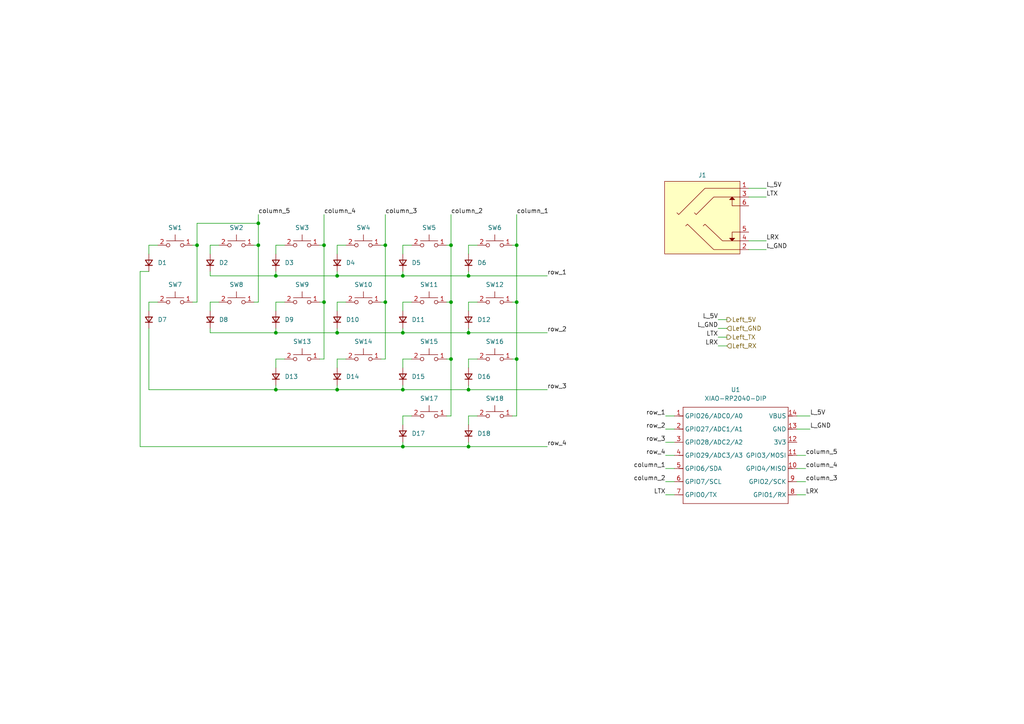
<source format=kicad_sch>
(kicad_sch (version 20250114) (generator "eeschema") (generator_version "9.0")
  (paper "A4")
  (lib_symbols
    (symbol "Seeed_Studio_XIAO_Series:XIAO-RP2040-DIP"
      (property "Reference" "U" (at 0 0 0))
      (property "Value" "XIAO-RP2040-DIP" (at 5.334 -1.778 0))
      (symbol "XIAO-RP2040-DIP_1_0"
        (polyline (pts (xy -1.27 -2.54) (xy 29.21 -2.54)) (stroke (width 0.1524)))
        (polyline (pts (xy -1.27 -5.08) (xy -2.54 -5.08)) (stroke (width 0.1524)))
        (polyline (pts (xy -1.27 -5.08) (xy -1.27 -2.54)) (stroke (width 0.1524)))
        (polyline (pts (xy -1.27 -8.89) (xy -2.54 -8.89)) (stroke (width 0.1524)))
        (polyline (pts (xy -1.27 -8.89) (xy -1.27 -5.08)) (stroke (width 0.1524)))
        (polyline (pts (xy -1.27 -12.7) (xy -2.54 -12.7)) (stroke (width 0.1524)))
        (polyline (pts (xy -1.27 -12.7) (xy -1.27 -8.89)) (stroke (width 0.1524)))
        (polyline (pts (xy -1.27 -16.51) (xy -2.54 -16.51)) (stroke (width 0.1524)))
        (polyline (pts (xy -1.27 -16.51) (xy -1.27 -12.7)) (stroke (width 0.1524)))
        (polyline (pts (xy -1.27 -20.32) (xy -2.54 -20.32)) (stroke (width 0.1524)))
        (polyline (pts (xy -1.27 -24.13) (xy -2.54 -24.13)) (stroke (width 0.1524)))
        (polyline (pts (xy -1.27 -27.94) (xy -2.54 -27.94)) (stroke (width 0.1524)))
        (polyline (pts (xy -1.27 -30.48) (xy -1.27 -16.51)) (stroke (width 0.1524)))
        (polyline (pts (xy 29.21 -2.54) (xy 29.21 -5.08)) (stroke (width 0.1524)))
        (polyline (pts (xy 29.21 -5.08) (xy 29.21 -8.89)) (stroke (width 0.1524)))
        (polyline (pts (xy 29.21 -8.89) (xy 29.21 -12.7)) (stroke (width 0.1524)))
        (polyline (pts (xy 29.21 -12.7) (xy 29.21 -30.48)) (stroke (width 0.1524)))
        (polyline (pts (xy 29.21 -30.48) (xy -1.27 -30.48)) (stroke (width 0.1524)))
        (polyline (pts (xy 30.48 -5.08) (xy 29.21 -5.08)) (stroke (width 0.1524)))
        (polyline (pts (xy 30.48 -8.89) (xy 29.21 -8.89)) (stroke (width 0.1524)))
        (polyline (pts (xy 30.48 -12.7) (xy 29.21 -12.7)) (stroke (width 0.1524)))
        (polyline (pts (xy 30.48 -16.51) (xy 29.21 -16.51)) (stroke (width 0.1524)))
        (polyline (pts (xy 30.48 -20.32) (xy 29.21 -20.32)) (stroke (width 0.1524)))
        (polyline (pts (xy 30.48 -24.13) (xy 29.21 -24.13)) (stroke (width 0.1524)))
        (polyline (pts (xy 30.48 -27.94) (xy 29.21 -27.94)) (stroke (width 0.1524)))
        (pin passive line (at -3.81 -5.08 0) (length 2.54) (name "GPIO26/ADC0/A0") (number "1"))
        (pin passive line (at -3.81 -8.89 0) (length 2.54) (name "GPIO27/ADC1/A1") (number "2"))
        (pin passive line (at -3.81 -12.7 0) (length 2.54) (name "GPIO28/ADC2/A2") (number "3"))
        (pin passive line (at -3.81 -16.51 0) (length 2.54) (name "GPIO29/ADC3/A3") (number "4"))
        (pin passive line (at -3.81 -20.32 0) (length 2.54) (name "GPIO6/SDA") (number "5"))
        (pin passive line (at -3.81 -24.13 0) (length 2.54) (name "GPIO7/SCL") (number "6"))
        (pin passive line (at -3.81 -27.94 0) (length 2.54) (name "GPIO0/TX") (number "7"))
        (pin passive line (at 31.75 -5.08 180) (length 2.54) (name "VBUS") (number "14"))
        (pin passive line (at 31.75 -8.89 180) (length 2.54) (name "GND") (number "13"))
        (pin passive line (at 31.75 -12.7 180) (length 2.54) (name "3V3") (number "12"))
        (pin passive line (at 31.75 -16.51 180) (length 2.54) (name "GPIO3/MOSI") (number "11"))
        (pin passive line (at 31.75 -20.32 180) (length 2.54) (name "GPIO4/MISO") (number "10"))
        (pin passive line (at 31.75 -24.13 180) (length 2.54) (name "GPIO2/SCK") (number "9"))
        (pin passive line (at 31.75 -27.94 180) (length 2.54) (name "GPIO1/RX") (number "8"))
      )
    )
    (symbol "benri-projects:CONNECTOR_TENSILITY_54-00176"
      (property "Reference" "J" (at 0 29.718 0))
      (symbol "CONNECTOR_TENSILITY_54-00176_0_1"
        (polyline (pts (xy -2.286 7.62) (xy -1.524 6.858) (xy -3.048 6.858) (xy -2.286 7.62)) (fill (type outline)))
        (polyline (pts (xy -2.286 -5.08) (xy -3.048 -4.318) (xy -1.524 -4.318) (xy -2.286 -5.08)) (fill (type outline)))
        (polyline (pts (xy 0 10.16) (xy -10.16 10.16) (xy -17.78 2.54) (xy -18.288 3.048)))
        (polyline (pts (xy 0 7.62) (xy -7.62 7.62) (xy -12.7 2.54) (xy -13.208 3.048)))
        (polyline (pts (xy 0 5.08) (xy -2.286 5.08) (xy -2.286 7.62)))
        (polyline (pts (xy 0 -2.54) (xy -2.286 -2.54) (xy -2.286 -5.08)))
        (polyline (pts (xy 0 -5.08) (xy -5.08 -5.08) (xy -10.16 -0.254) (xy -10.668 -0.762)))
        (polyline (pts (xy 0 -7.62) (xy -7.62 -7.62) (xy -15.24 -0.254) (xy -15.748 -0.762)))
      )
      (symbol "CONNECTOR_TENSILITY_54-00176_1_1"
        (rectangle (start -21.844 12.192) (end 0 -8.89) (fill (type background)))
        (pin passive line (at 2.54 10.16 180) (length 2.54) (name "") (number "1"))
        (pin passive line (at 2.54 7.62 180) (length 2.54) (name "") (number "3"))
        (pin passive line (at 2.54 5.08 180) (length 2.54) (name "") (number "6"))
        (pin passive line (at 2.54 -2.54 180) (length 2.54) (name "") (number "5"))
        (pin passive line (at 2.54 -5.08 180) (length 2.54) (name "") (number "4"))
        (pin passive line (at 2.54 -7.62 180) (length 2.54) (name "") (number "2"))
      )
    )
    (symbol "benri-projects:GENERIC_DIODE" (pin_numbers (hide yes)) (pin_names (offset 1.016) (hide yes))
      (property "Reference" "D" (at 0 2.54 0))
      (symbol "GENERIC_DIODE_0_1"
        (polyline (pts (xy -0.762 0) (xy 0.762 0)))
        (polyline (pts (xy -0.762 -1.016) (xy -0.762 1.016)) (stroke (width 0.254)))
        (polyline (pts (xy 0.762 -1.016) (xy -0.762 0) (xy 0.762 1.016) (xy 0.762 -1.016)) (stroke (width 0.254)))
      )
      (symbol "GENERIC_DIODE_1_1"
        (pin passive line (at -2.54 0 0) (length 1.778) (name "K") (number "1"))
        (pin passive line (at 2.54 0 180) (length 1.778) (name "A") (number "2"))
      )
    )
    (symbol "benri-projects:GENERIC_ELECTROMECHANICAL_PUSHBUTTON" (pin_names (offset 1.016) (hide yes))
      (property "Reference" "SW" (at 0 -2.54 0))
      (symbol "GENERIC_ELECTROMECHANICAL_PUSHBUTTON_0_1"
        (circle (center -2.032 0) (radius 0.508))
        (polyline (pts (xy 0 1.27) (xy 0 3.048)))
        (circle (center 2.032 0) (radius 0.508))
        (polyline (pts (xy 2.54 1.27) (xy -2.54 1.27)))
      )
      (symbol "GENERIC_ELECTROMECHANICAL_PUSHBUTTON_1_1"
        (pin passive line (at -5.08 0 0) (length 2.54) (name "2") (number "1"))
        (pin passive line (at 5.08 0 180) (length 2.54) (name "2") (number "2"))
      )
    )
  )
  (junction (at 116.84 80.01))
  (junction (at 149.86 87.63))
  (junction (at 130.81 87.63))
  (junction (at 130.81 104.14))
  (junction (at 80.01 80.01))
  (junction (at 135.89 113.03))
  (junction (at 135.89 96.52))
  (junction (at 130.81 71.12))
  (junction (at 111.76 71.12))
  (junction (at 116.84 129.54))
  (junction (at 149.86 71.12))
  (junction (at 149.86 104.14))
  (junction (at 97.79 96.52))
  (junction (at 97.79 80.01))
  (junction (at 74.93 64.77))
  (junction (at 57.15 71.12))
  (junction (at 116.84 113.03))
  (junction (at 93.98 71.12))
  (junction (at 116.84 96.52))
  (junction (at 80.01 113.03))
  (junction (at 74.93 71.12))
  (junction (at 93.98 87.63))
  (junction (at 135.89 129.54))
  (junction (at 111.76 87.63))
  (junction (at 80.01 96.52))
  (junction (at 97.79 113.03))
  (junction (at 135.89 80.01))
  (wire (pts (xy 110.49 87.63) (xy 111.76 87.63)))
  (wire (pts (xy 129.54 104.14) (xy 130.81 104.14)))
  (wire (pts (xy 57.15 64.77) (xy 57.15 71.12)))
  (wire (pts (xy 80.01 104.14) (xy 80.01 106.68)))
  (wire (pts (xy 193.04 124.46) (xy 195.58 124.46)))
  (wire (pts (xy 135.89 113.03) (xy 158.75 113.03)))
  (wire (pts (xy 111.76 71.12) (xy 111.76 87.63)))
  (wire (pts (xy 60.96 80.01) (xy 80.01 80.01)))
  (wire (pts (xy 130.81 62.23) (xy 130.81 71.12)))
  (wire (pts (xy 100.33 87.63) (xy 97.79 87.63)))
  (wire (pts (xy 116.84 129.54) (xy 116.84 128.27)))
  (wire (pts (xy 129.54 87.63) (xy 130.81 87.63)))
  (wire (pts (xy 116.84 87.63) (xy 116.84 90.17)))
  (wire (pts (xy 97.79 80.01) (xy 116.84 80.01)))
  (wire (pts (xy 92.71 71.12) (xy 93.98 71.12)))
  (wire (pts (xy 116.84 111.76) (xy 116.84 113.03)))
  (wire (pts (xy 138.43 104.14) (xy 135.89 104.14)))
  (wire (pts (xy 135.89 111.76) (xy 135.89 113.03)))
  (wire (pts (xy 231.14 120.65) (xy 234.95 120.65)))
  (wire (pts (xy 135.89 71.12) (xy 135.89 73.66)))
  (wire (pts (xy 111.76 104.14) (xy 110.49 104.14)))
  (wire (pts (xy 119.38 87.63) (xy 116.84 87.63)))
  (wire (pts (xy 193.04 135.89) (xy 195.58 135.89)))
  (wire (pts (xy 149.86 87.63) (xy 149.86 104.14)))
  (wire (pts (xy 100.33 71.12) (xy 97.79 71.12)))
  (wire (pts (xy 57.15 87.63) (xy 55.88 87.63)))
  (wire (pts (xy 138.43 71.12) (xy 135.89 71.12)))
  (wire (pts (xy 135.89 78.74) (xy 135.89 80.01)))
  (wire (pts (xy 80.01 111.76) (xy 80.01 113.03)))
  (wire (pts (xy 45.72 71.12) (xy 43.18 71.12)))
  (wire (pts (xy 111.76 87.63) (xy 111.76 104.14)))
  (wire (pts (xy 135.89 104.14) (xy 135.89 106.68)))
  (wire (pts (xy 80.01 80.01) (xy 97.79 80.01)))
  (wire (pts (xy 135.89 96.52) (xy 158.75 96.52)))
  (wire (pts (xy 116.84 96.52) (xy 135.89 96.52)))
  (wire (pts (xy 40.64 78.74) (xy 43.18 78.74)))
  (wire (pts (xy 43.18 113.03) (xy 80.01 113.03)))
  (wire (pts (xy 149.86 120.65) (xy 148.59 120.65)))
  (wire (pts (xy 97.79 95.25) (xy 97.79 96.52)))
  (wire (pts (xy 74.93 62.23) (xy 74.93 64.77)))
  (wire (pts (xy 217.17 69.85) (xy 222.25 69.85)))
  (wire (pts (xy 116.84 95.25) (xy 116.84 96.52)))
  (wire (pts (xy 43.18 87.63) (xy 43.18 90.17)))
  (wire (pts (xy 82.55 71.12) (xy 80.01 71.12)))
  (wire (pts (xy 148.59 104.14) (xy 149.86 104.14)))
  (wire (pts (xy 231.14 132.08) (xy 233.68 132.08)))
  (wire (pts (xy 116.84 80.01) (xy 135.89 80.01)))
  (wire (pts (xy 130.81 87.63) (xy 130.81 104.14)))
  (wire (pts (xy 135.89 87.63) (xy 135.89 90.17)))
  (wire (pts (xy 97.79 87.63) (xy 97.79 90.17)))
  (wire (pts (xy 231.14 139.7) (xy 233.68 139.7)))
  (wire (pts (xy 80.01 78.74) (xy 80.01 80.01)))
  (wire (pts (xy 135.89 128.27) (xy 135.89 129.54)))
  (wire (pts (xy 130.81 120.65) (xy 129.54 120.65)))
  (wire (pts (xy 80.01 95.25) (xy 80.01 96.52)))
  (wire (pts (xy 193.04 139.7) (xy 195.58 139.7)))
  (wire (pts (xy 93.98 62.23) (xy 93.98 71.12)))
  (wire (pts (xy 129.54 71.12) (xy 130.81 71.12)))
  (wire (pts (xy 217.17 72.39) (xy 222.25 72.39)))
  (wire (pts (xy 40.64 129.54) (xy 116.84 129.54)))
  (wire (pts (xy 97.79 111.76) (xy 97.79 113.03)))
  (wire (pts (xy 80.01 71.12) (xy 80.01 73.66)))
  (wire (pts (xy 116.84 129.54) (xy 135.89 129.54)))
  (wire (pts (xy 193.04 120.65) (xy 195.58 120.65)))
  (wire (pts (xy 138.43 87.63) (xy 135.89 87.63)))
  (wire (pts (xy 217.17 57.15) (xy 222.25 57.15)))
  (wire (pts (xy 92.71 87.63) (xy 93.98 87.63)))
  (wire (pts (xy 93.98 71.12) (xy 93.98 87.63)))
  (wire (pts (xy 116.84 113.03) (xy 135.89 113.03)))
  (wire (pts (xy 40.64 129.54) (xy 40.64 78.74)))
  (wire (pts (xy 80.01 113.03) (xy 97.79 113.03)))
  (wire (pts (xy 135.89 95.25) (xy 135.89 96.52)))
  (wire (pts (xy 43.18 71.12) (xy 43.18 73.66)))
  (wire (pts (xy 208.28 92.71) (xy 210.82 92.71)))
  (wire (pts (xy 97.79 104.14) (xy 97.79 106.68)))
  (wire (pts (xy 119.38 71.12) (xy 116.84 71.12)))
  (wire (pts (xy 231.14 143.51) (xy 233.68 143.51)))
  (wire (pts (xy 43.18 95.25) (xy 43.18 113.03)))
  (wire (pts (xy 60.96 87.63) (xy 60.96 90.17)))
  (wire (pts (xy 45.72 87.63) (xy 43.18 87.63)))
  (wire (pts (xy 193.04 128.27) (xy 195.58 128.27)))
  (wire (pts (xy 231.14 124.46) (xy 234.95 124.46)))
  (wire (pts (xy 93.98 104.14) (xy 92.71 104.14)))
  (wire (pts (xy 193.04 132.08) (xy 195.58 132.08)))
  (wire (pts (xy 208.28 100.33) (xy 210.82 100.33)))
  (wire (pts (xy 119.38 104.14) (xy 116.84 104.14)))
  (wire (pts (xy 111.76 62.23) (xy 111.76 71.12)))
  (wire (pts (xy 97.79 96.52) (xy 116.84 96.52)))
  (wire (pts (xy 100.33 104.14) (xy 97.79 104.14)))
  (wire (pts (xy 116.84 71.12) (xy 116.84 73.66)))
  (wire (pts (xy 231.14 135.89) (xy 233.68 135.89)))
  (wire (pts (xy 208.28 97.79) (xy 210.82 97.79)))
  (wire (pts (xy 73.66 87.63) (xy 74.93 87.63)))
  (wire (pts (xy 60.96 96.52) (xy 60.96 95.25)))
  (wire (pts (xy 149.86 71.12) (xy 149.86 87.63)))
  (wire (pts (xy 82.55 104.14) (xy 80.01 104.14)))
  (wire (pts (xy 97.79 71.12) (xy 97.79 73.66)))
  (wire (pts (xy 119.38 120.65) (xy 116.84 120.65)))
  (wire (pts (xy 149.86 104.14) (xy 149.86 120.65)))
  (wire (pts (xy 135.89 120.65) (xy 135.89 123.19)))
  (wire (pts (xy 60.96 96.52) (xy 80.01 96.52)))
  (wire (pts (xy 208.28 95.25) (xy 210.82 95.25)))
  (wire (pts (xy 130.81 104.14) (xy 130.81 120.65)))
  (wire (pts (xy 193.04 143.51) (xy 195.58 143.51)))
  (wire (pts (xy 80.01 96.52) (xy 97.79 96.52)))
  (wire (pts (xy 63.5 71.12) (xy 60.96 71.12)))
  (wire (pts (xy 82.55 87.63) (xy 80.01 87.63)))
  (wire (pts (xy 60.96 71.12) (xy 60.96 73.66)))
  (wire (pts (xy 116.84 78.74) (xy 116.84 80.01)))
  (wire (pts (xy 60.96 80.01) (xy 60.96 78.74)))
  (wire (pts (xy 57.15 71.12) (xy 55.88 71.12)))
  (wire (pts (xy 97.79 113.03) (xy 116.84 113.03)))
  (wire (pts (xy 80.01 87.63) (xy 80.01 90.17)))
  (wire (pts (xy 74.93 71.12) (xy 74.93 87.63)))
  (wire (pts (xy 57.15 71.12) (xy 57.15 87.63)))
  (wire (pts (xy 135.89 80.01) (xy 158.75 80.01)))
  (wire (pts (xy 148.59 71.12) (xy 149.86 71.12)))
  (wire (pts (xy 217.17 54.61) (xy 222.25 54.61)))
  (wire (pts (xy 74.93 64.77) (xy 74.93 71.12)))
  (wire (pts (xy 73.66 71.12) (xy 74.93 71.12)))
  (wire (pts (xy 97.79 78.74) (xy 97.79 80.01)))
  (wire (pts (xy 116.84 104.14) (xy 116.84 106.68)))
  (wire (pts (xy 135.89 129.54) (xy 158.75 129.54)))
  (wire (pts (xy 63.5 87.63) (xy 60.96 87.63)))
  (wire (pts (xy 148.59 87.63) (xy 149.86 87.63)))
  (wire (pts (xy 130.81 71.12) (xy 130.81 87.63)))
  (wire (pts (xy 110.49 71.12) (xy 111.76 71.12)))
  (wire (pts (xy 149.86 62.23) (xy 149.86 71.12)))
  (wire (pts (xy 93.98 87.63) (xy 93.98 104.14)))
  (wire (pts (xy 138.43 120.65) (xy 135.89 120.65)))
  (wire (pts (xy 74.93 64.77) (xy 57.15 64.77)))
  (wire (pts (xy 116.84 120.65) (xy 116.84 123.19)))
  (label "row_1" (at 158.75 80.01 0))
  (label "LRX" (at 208.28 100.33 180))
  (label "row_3" (at 158.75 113.03 0))
  (label "L_5V" (at 208.28 92.71 180))
  (label "row_1" (at 193.04 120.65 180))
  (label "L_5V" (at 234.95 120.65 0))
  (label "column_3" (at 233.68 139.7 0))
  (label "column_3" (at 111.76 62.23 0))
  (label "LTX" (at 193.04 143.51 180))
  (label "column_2" (at 193.04 139.7 180))
  (label "column_1" (at 193.04 135.89 180))
  (label "L_GND" (at 222.25 72.39 0))
  (label "row_2" (at 193.04 124.46 180))
  (label "L_GND" (at 234.95 124.46 0))
  (label "column_1" (at 149.86 62.23 0))
  (label "LRX" (at 222.25 69.85 0))
  (label "LTX" (at 222.25 57.15 0))
  (label "column_4" (at 233.68 135.89 0))
  (label "row_3" (at 193.04 128.27 180))
  (label "row_4" (at 193.04 132.08 180))
  (label "row_2" (at 158.75 96.52 0))
  (label "L_5V" (at 222.25 54.61 0))
  (label "row_4" (at 158.75 129.54 0))
  (label "column_5" (at 233.68 132.08 0))
  (label "LTX" (at 208.28 97.79 180))
  (label "L_GND" (at 208.28 95.25 180))
  (label "column_2" (at 130.81 62.23 0))
  (label "column_5" (at 74.93 62.23 0))
  (label "LRX" (at 233.68 143.51 0))
  (label "column_4" (at 93.98 62.23 0))
  (hierarchical_label "Left_5V" (shape output) (at 210.82 92.71 0))
  (hierarchical_label "Left_RX" (shape input) (at 210.82 100.33 0))
  (hierarchical_label "Left_TX" (shape output) (at 210.82 97.79 0))
  (hierarchical_label "Left_GND" (shape input) (at 210.82 95.25 0))
  (symbol (lib_id "benri-projects:GENERIC_ELECTROMECHANICAL_PUSHBUTTON") (at 124.46 104.14 0) (mirror y) (unit 1)
    (property "Reference" "SW15" (at 124.46 99.06 0))
    (property "Value" "GENERIC_ELECTROMECHANICAL_PUSHBUTTON" (effects (hide yes)))
    (property "Footprint" "benri-projects:GATEREON_KS-2P02B01-01-a_R" (effects (hide yes)))
  )
  (symbol (lib_id "benri-projects:GENERIC_ELECTROMECHANICAL_PUSHBUTTON") (at 124.46 87.63 0) (mirror y) (unit 1)
    (property "Reference" "SW11" (at 124.46 82.55 0))
    (property "Value" "GENERIC_ELECTROMECHANICAL_PUSHBUTTON" (effects (hide yes)))
    (property "Footprint" "benri-projects:GATEREON_KS-2P02B01-01-a_R" (effects (hide yes)))
  )
  (symbol (lib_id "benri-projects:GENERIC_ELECTROMECHANICAL_PUSHBUTTON") (at 68.58 87.63 0) (mirror y) (unit 1)
    (property "Reference" "SW8" (at 68.58 82.55 0))
    (property "Value" "GENERIC_ELECTROMECHANICAL_PUSHBUTTON" (effects (hide yes)))
    (property "Footprint" "benri-projects:GATEREON_KS-2P02B01-01-a_R" (effects (hide yes)))
  )
  (symbol (lib_id "Seeed_Studio_XIAO_Series:XIAO-RP2040-DIP") (at 199.39 115.57 0) (unit 1)
    (property "Reference" "U1" (at 213.36 113.03 0))
    (property "Value" "XIAO-RP2040-DIP" (at 213.36 115.57 0))
    (property "Footprint" "benri-projects:SEEED_XIAO-RP2040_T-DIP" (effects (hide yes)))
  )
  (symbol (lib_id "benri-projects:GENERIC_DIODE") (at 80.01 92.71 90) (unit 1)
    (property "Reference" "D9" (at 82.55 92.7099 90) (effects (justify right)))
    (property "Value" "Val" (effects (hide yes)))
    (property "Footprint" "benri-projects:DIODES_SOD232_R" (effects (hide yes)))
    (property "Description" "Diode" (effects (hide yes)))
  )
  (symbol (lib_id "benri-projects:GENERIC_DIODE") (at 116.84 109.22 90) (unit 1)
    (property "Reference" "D15" (at 119.38 109.2199 90) (effects (justify right)))
    (property "Value" "Val" (effects (hide yes)))
    (property "Footprint" "benri-projects:DIODES_SOD232_R" (effects (hide yes)))
    (property "Description" "Diode" (effects (hide yes)))
  )
  (symbol (lib_id "benri-projects:GENERIC_ELECTROMECHANICAL_PUSHBUTTON") (at 87.63 87.63 0) (mirror y) (unit 1)
    (property "Reference" "SW9" (at 87.63 82.55 0))
    (property "Value" "GENERIC_ELECTROMECHANICAL_PUSHBUTTON" (effects (hide yes)))
    (property "Footprint" "benri-projects:GATEREON_KS-2P02B01-01-a_R" (effects (hide yes)))
  )
  (symbol (lib_id "benri-projects:GENERIC_DIODE") (at 97.79 92.71 90) (unit 1)
    (property "Reference" "D10" (at 100.33 92.7099 90) (effects (justify right)))
    (property "Value" "Val" (effects (hide yes)))
    (property "Footprint" "benri-projects:DIODES_SOD232_R" (effects (hide yes)))
    (property "Description" "Diode" (effects (hide yes)))
  )
  (symbol (lib_id "benri-projects:GENERIC_ELECTROMECHANICAL_PUSHBUTTON") (at 124.46 120.65 0) (mirror y) (unit 1)
    (property "Reference" "SW17" (at 124.46 115.57 0))
    (property "Value" "GENERIC_ELECTROMECHANICAL_PUSHBUTTON" (effects (hide yes)))
    (property "Footprint" "benri-projects:GATEREON_KS-2P02B01-01-a_R" (effects (hide yes)))
  )
  (symbol (lib_id "benri-projects:GENERIC_DIODE") (at 116.84 76.2 90) (unit 1)
    (property "Reference" "D5" (at 119.38 76.1999 90) (effects (justify right)))
    (property "Value" "Val" (effects (hide yes)))
    (property "Footprint" "benri-projects:DIODES_SOD232_R" (effects (hide yes)))
    (property "Description" "Diode" (effects (hide yes)))
  )
  (symbol (lib_id "benri-projects:GENERIC_ELECTROMECHANICAL_PUSHBUTTON") (at 105.41 71.12 0) (mirror y) (unit 1)
    (property "Reference" "SW4" (at 105.41 66.04 0))
    (property "Value" "GENERIC_ELECTROMECHANICAL_PUSHBUTTON" (effects (hide yes)))
    (property "Footprint" "benri-projects:GATEREON_KS-2P02B01-01-a_R" (effects (hide yes)))
  )
  (symbol (lib_id "benri-projects:GENERIC_ELECTROMECHANICAL_PUSHBUTTON") (at 87.63 104.14 0) (mirror y) (unit 1)
    (property "Reference" "SW13" (at 87.63 99.06 0))
    (property "Value" "GENERIC_ELECTROMECHANICAL_PUSHBUTTON" (effects (hide yes)))
    (property "Footprint" "benri-projects:GATEREON_KS-2P02B01-01-a_R" (effects (hide yes)))
  )
  (symbol (lib_id "benri-projects:GENERIC_ELECTROMECHANICAL_PUSHBUTTON") (at 105.41 104.14 0) (mirror y) (unit 1)
    (property "Reference" "SW14" (at 105.41 99.06 0))
    (property "Value" "GENERIC_ELECTROMECHANICAL_PUSHBUTTON" (effects (hide yes)))
    (property "Footprint" "benri-projects:GATEREON_KS-2P02B01-01-a_R" (effects (hide yes)))
  )
  (symbol (lib_id "benri-projects:GENERIC_DIODE") (at 97.79 109.22 90) (unit 1)
    (property "Reference" "D14" (at 100.33 109.2199 90) (effects (justify right)))
    (property "Value" "Val" (effects (hide yes)))
    (property "Footprint" "benri-projects:DIODES_SOD232_R" (effects (hide yes)))
    (property "Description" "Diode" (effects (hide yes)))
  )
  (symbol (lib_id "benri-projects:GENERIC_DIODE") (at 135.89 125.73 90) (unit 1)
    (property "Reference" "D18" (at 138.43 125.7299 90) (effects (justify right)))
    (property "Value" "Val" (effects (hide yes)))
    (property "Footprint" "benri-projects:DIODES_SOD232_R" (effects (hide yes)))
    (property "Description" "Diode" (effects (hide yes)))
  )
  (symbol (lib_id "benri-projects:GENERIC_ELECTROMECHANICAL_PUSHBUTTON") (at 143.51 71.12 0) (mirror y) (unit 1)
    (property "Reference" "SW6" (at 143.51 66.04 0))
    (property "Value" "GENERIC_ELECTROMECHANICAL_PUSHBUTTON" (effects (hide yes)))
    (property "Footprint" "benri-projects:GATEREON_KS-2P02B01-01-a_R" (effects (hide yes)))
  )
  (symbol (lib_id "benri-projects:CONNECTOR_TENSILITY_54-00176") (at 214.63 64.77 0) (unit 1)
    (property "Reference" "J1" (at 203.708 50.8 0))
    (property "Footprint" "benri-projects:TENSILITY_54-00176_R" (effects (hide yes)))
    (property "Datasheet" "https://tensility.s3.us-west-2.amazonaws.com/uploads/pdffiles/54-00176.pdf" (effects (hide yes)))
    (property "Description" "TRRS TR-SWITCHEDm 4C audio jack 3.5xL14 mm thru hole gold plated" (effects (hide yes)))
  )
  (symbol (lib_id "benri-projects:GENERIC_DIODE") (at 135.89 76.2 90) (unit 1)
    (property "Reference" "D6" (at 138.43 76.1999 90) (effects (justify right)))
    (property "Value" "Val" (effects (hide yes)))
    (property "Footprint" "benri-projects:DIODES_SOD232_R" (effects (hide yes)))
    (property "Description" "Diode" (effects (hide yes)))
  )
  (symbol (lib_id "benri-projects:GENERIC_ELECTROMECHANICAL_PUSHBUTTON") (at 68.58 71.12 0) (mirror y) (unit 1)
    (property "Reference" "SW2" (at 68.58 66.04 0))
    (property "Value" "GENERIC_ELECTROMECHANICAL_PUSHBUTTON" (effects (hide yes)))
    (property "Footprint" "benri-projects:GATEREON_KS-2P02B01-01-a_R" (effects (hide yes)))
  )
  (symbol (lib_id "benri-projects:GENERIC_DIODE") (at 135.89 109.22 90) (unit 1)
    (property "Reference" "D16" (at 138.43 109.2199 90) (effects (justify right)))
    (property "Value" "Val" (effects (hide yes)))
    (property "Footprint" "benri-projects:DIODES_SOD232_R" (effects (hide yes)))
    (property "Description" "Diode" (effects (hide yes)))
  )
  (symbol (lib_id "benri-projects:GENERIC_DIODE") (at 80.01 109.22 90) (unit 1)
    (property "Reference" "D13" (at 82.55 109.2199 90) (effects (justify right)))
    (property "Value" "Val" (effects (hide yes)))
    (property "Footprint" "benri-projects:DIODES_SOD232_R" (effects (hide yes)))
    (property "Description" "Diode" (effects (hide yes)))
  )
  (symbol (lib_id "benri-projects:GENERIC_ELECTROMECHANICAL_PUSHBUTTON") (at 50.8 71.12 0) (mirror y) (unit 1)
    (property "Reference" "SW1" (at 50.8 66.04 0))
    (property "Value" "GENERIC_ELECTROMECHANICAL_PUSHBUTTON" (effects (hide yes)))
    (property "Footprint" "benri-projects:GATEREON_KS-2P02B01-01-a_R" (effects (hide yes)))
  )
  (symbol (lib_id "benri-projects:GENERIC_ELECTROMECHANICAL_PUSHBUTTON") (at 124.46 71.12 0) (mirror y) (unit 1)
    (property "Reference" "SW5" (at 124.46 66.04 0))
    (property "Value" "GENERIC_ELECTROMECHANICAL_PUSHBUTTON" (effects (hide yes)))
    (property "Footprint" "benri-projects:GATEREON_KS-2P02B01-01-a_R" (effects (hide yes)))
  )
  (symbol (lib_id "benri-projects:GENERIC_ELECTROMECHANICAL_PUSHBUTTON") (at 87.63 71.12 0) (mirror y) (unit 1)
    (property "Reference" "SW3" (at 87.63 66.04 0))
    (property "Value" "GENERIC_ELECTROMECHANICAL_PUSHBUTTON" (effects (hide yes)))
    (property "Footprint" "benri-projects:GATEREON_KS-2P02B01-01-a_R" (effects (hide yes)))
  )
  (symbol (lib_id "benri-projects:GENERIC_DIODE") (at 43.18 76.2 90) (unit 1)
    (property "Reference" "D1" (at 45.72 76.1999 90) (effects (justify right)))
    (property "Value" "Val" (effects (hide yes)))
    (property "Footprint" "benri-projects:DIODES_SOD232_R" (effects (hide yes)))
    (property "Description" "Diode" (effects (hide yes)))
  )
  (symbol (lib_id "benri-projects:GENERIC_DIODE") (at 60.96 76.2 90) (unit 1)
    (property "Reference" "D2" (at 63.5 76.1999 90) (effects (justify right)))
    (property "Value" "Val" (effects (hide yes)))
    (property "Footprint" "benri-projects:DIODES_SOD232_R" (effects (hide yes)))
    (property "Description" "Diode" (effects (hide yes)))
  )
  (symbol (lib_id "benri-projects:GENERIC_DIODE") (at 116.84 125.73 90) (unit 1)
    (property "Reference" "D17" (at 119.38 125.7299 90) (effects (justify right)))
    (property "Value" "Val" (effects (hide yes)))
    (property "Footprint" "benri-projects:DIODES_SOD232_R" (effects (hide yes)))
    (property "Description" "Diode" (effects (hide yes)))
  )
  (symbol (lib_id "benri-projects:GENERIC_DIODE") (at 43.18 92.71 90) (unit 1)
    (property "Reference" "D7" (at 45.72 92.7099 90) (effects (justify right)))
    (property "Value" "Val" (effects (hide yes)))
    (property "Footprint" "benri-projects:DIODES_SOD232_R" (effects (hide yes)))
    (property "Description" "Diode" (effects (hide yes)))
  )
  (symbol (lib_id "benri-projects:GENERIC_DIODE") (at 80.01 76.2 90) (unit 1)
    (property "Reference" "D3" (at 82.55 76.1999 90) (effects (justify right)))
    (property "Value" "Val" (effects (hide yes)))
    (property "Footprint" "benri-projects:DIODES_SOD232_R" (effects (hide yes)))
    (property "Description" "Diode" (effects (hide yes)))
  )
  (symbol (lib_id "benri-projects:GENERIC_ELECTROMECHANICAL_PUSHBUTTON") (at 143.51 104.14 0) (mirror y) (unit 1)
    (property "Reference" "SW16" (at 143.51 99.06 0))
    (property "Value" "GENERIC_ELECTROMECHANICAL_PUSHBUTTON" (effects (hide yes)))
    (property "Footprint" "benri-projects:GATEREON_KS-2P02B01-01-a_R" (effects (hide yes)))
  )
  (symbol (lib_id "benri-projects:GENERIC_ELECTROMECHANICAL_PUSHBUTTON") (at 50.8 87.63 0) (mirror y) (unit 1)
    (property "Reference" "SW7" (at 50.8 82.55 0))
    (property "Value" "GENERIC_ELECTROMECHANICAL_PUSHBUTTON" (effects (hide yes)))
    (property "Footprint" "benri-projects:GATEREON_KS-2P02B01-01-a_R" (effects (hide yes)))
  )
  (symbol (lib_id "benri-projects:GENERIC_ELECTROMECHANICAL_PUSHBUTTON") (at 105.41 87.63 0) (mirror y) (unit 1)
    (property "Reference" "SW10" (at 105.41 82.55 0))
    (property "Value" "GENERIC_ELECTROMECHANICAL_PUSHBUTTON" (effects (hide yes)))
    (property "Footprint" "benri-projects:GATEREON_KS-2P02B01-01-a_R" (effects (hide yes)))
  )
  (symbol (lib_id "benri-projects:GENERIC_DIODE") (at 116.84 92.71 90) (unit 1)
    (property "Reference" "D11" (at 119.38 92.7099 90) (effects (justify right)))
    (property "Value" "Val" (effects (hide yes)))
    (property "Footprint" "benri-projects:DIODES_SOD232_R" (effects (hide yes)))
    (property "Description" "Diode" (effects (hide yes)))
  )
  (symbol (lib_id "benri-projects:GENERIC_DIODE") (at 97.79 76.2 90) (unit 1)
    (property "Reference" "D4" (at 100.33 76.1999 90) (effects (justify right)))
    (property "Value" "Val" (effects (hide yes)))
    (property "Footprint" "benri-projects:DIODES_SOD232_R" (effects (hide yes)))
    (property "Description" "Diode" (effects (hide yes)))
  )
  (symbol (lib_id "benri-projects:GENERIC_DIODE") (at 60.96 92.71 90) (unit 1)
    (property "Reference" "D8" (at 63.5 92.7099 90) (effects (justify right)))
    (property "Value" "Val" (effects (hide yes)))
    (property "Footprint" "benri-projects:DIODES_SOD232_R" (effects (hide yes)))
    (property "Description" "Diode" (effects (hide yes)))
  )
  (symbol (lib_id "benri-projects:GENERIC_ELECTROMECHANICAL_PUSHBUTTON") (at 143.51 87.63 0) (mirror y) (unit 1)
    (property "Reference" "SW12" (at 143.51 82.55 0))
    (property "Value" "GENERIC_ELECTROMECHANICAL_PUSHBUTTON" (effects (hide yes)))
    (property "Footprint" "benri-projects:GATEREON_KS-2P02B01-01-a_R" (effects (hide yes)))
  )
  (symbol (lib_id "benri-projects:GENERIC_DIODE") (at 135.89 92.71 90) (unit 1)
    (property "Reference" "D12" (at 138.43 92.7099 90) (effects (justify right)))
    (property "Value" "Val" (effects (hide yes)))
    (property "Footprint" "benri-projects:DIODES_SOD232_R" (effects (hide yes)))
    (property "Description" "Diode" (effects (hide yes)))
  )
  (symbol (lib_id "benri-projects:GENERIC_ELECTROMECHANICAL_PUSHBUTTON") (at 143.51 120.65 0) (mirror y) (unit 1)
    (property "Reference" "SW18" (at 143.51 115.57 0))
    (property "Value" "GENERIC_ELECTROMECHANICAL_PUSHBUTTON" (effects (hide yes)))
    (property "Footprint" "benri-projects:GATEREON_KS-2P02B01-01-a_R" (effects (hide yes)))
  )
)
</source>
